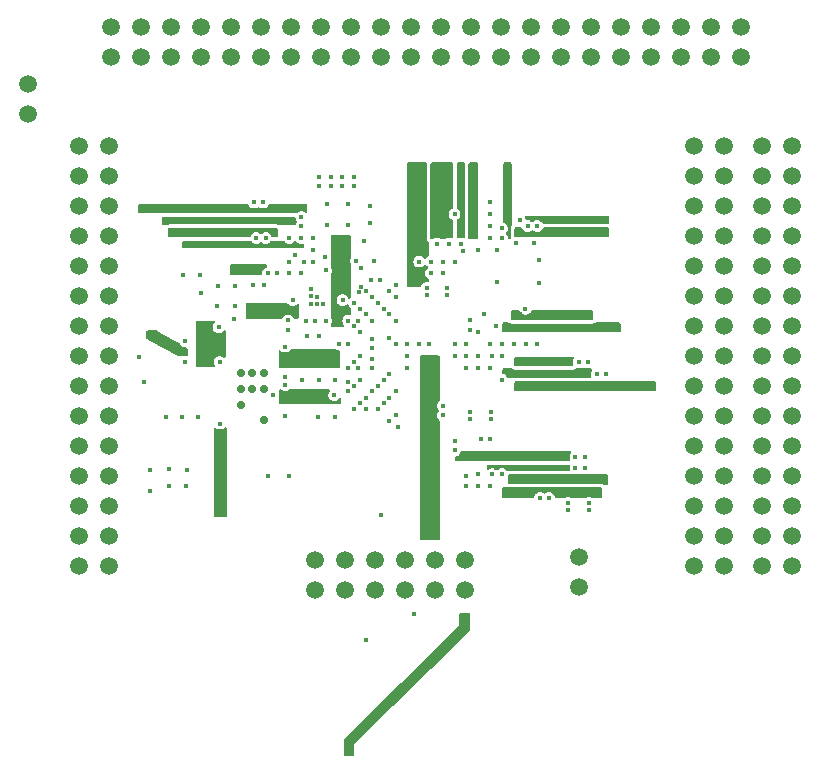
<source format=gbr>
G04 --- HEADER BEGIN --- *
G04 #@! TF.GenerationSoftware,LibrePCB,LibrePCB,1.1.0*
G04 #@! TF.CreationDate,2024-09-08T17:15:58*
G04 #@! TF.ProjectId,flasher,f4b07f79-14a2-4070-9d7d-1f686dcb10c4,v1*
G04 #@! TF.Part,Single*
G04 #@! TF.SameCoordinates*
G04 #@! TF.FileFunction,Copper,L10,Inr*
G04 #@! TF.FilePolarity,Positive*
%FSLAX66Y66*%
%MOMM*%
G01*
G75*
G04 --- HEADER END --- *
G04 --- APERTURE LIST BEGIN --- *
G04 #@! TA.AperFunction,ComponentPad*
%ADD10C,1.5*%
G04 #@! TA.AperFunction,ViaPad*
%ADD11C,0.7*%
%ADD12C,0.4*%
G04 #@! TA.AperFunction,Conductor*
%ADD13C,0.01*%
G04 #@! TD*
G04 --- APERTURE LIST END --- *
G04 --- BOARD BEGIN --- *
D10*
G04 #@! TO.N,P64_1V8*
G04 #@! TO.C,J2*
G04 #@! TO.P,J2,24,24*
X-24804000Y-10630000D03*
G04 #@! TO.N,P45_1V8*
G04 #@! TO.P,J2,2,2*
X-24804000Y17310000D03*
G04 #@! TO.N,P55_1V8*
G04 #@! TO.P,J2,18,18*
X-24804000Y-3010000D03*
G04 #@! TO.N,P53_1V8*
G04 #@! TO.P,J2,8,8*
X-24804000Y9690000D03*
G04 #@! TO.N,P68_1V8*
G04 #@! TO.P,J2,15,15*
X-27344000Y-470000D03*
G04 #@! TO.N,P61_1V8*
G04 #@! TO.P,J2,3,3*
X-27344000Y14770000D03*
G04 #@! TO.N,P72_1V8*
G04 #@! TO.P,J2,14,14*
X-24804000Y2070000D03*
G04 #@! TO.N,P43_1V8*
G04 #@! TO.P,J2,6,6*
X-24804000Y12230000D03*
G04 #@! TO.N,P49_1V8*
G04 #@! TO.P,J2,22,22*
X-24804000Y-8090000D03*
G04 #@! TO.N,P65_1V8*
G04 #@! TO.P,J2,12,12*
X-24804000Y4610000D03*
G04 #@! TO.N,P62_1V8*
G04 #@! TO.P,J2,26,26*
X-24804000Y-13170000D03*
G04 #@! TO.N,P52_1V8*
G04 #@! TO.P,J2,9,9*
X-27344000Y7150000D03*
G04 #@! TO.N,P46_1V8*
G04 #@! TO.P,J2,1,1*
X-27344000Y17310000D03*
G04 #@! TO.N,P50_1V8*
G04 #@! TO.P,J2,23,23*
X-27344000Y-10630000D03*
G04 #@! TO.N,P56_1V8*
G04 #@! TO.P,J2,13,13*
X-27344000Y2070000D03*
G04 #@! TO.N,P58_1V8*
G04 #@! TO.P,J2,19,19*
X-27344000Y-5550000D03*
G04 #@! TO.N,P59_1V8*
G04 #@! TO.P,J2,11,11*
X-27344000Y4610000D03*
G04 #@! TO.N,P54_1V8*
G04 #@! TO.P,J2,7,7*
X-27344000Y9690000D03*
G04 #@! TO.N,P44_1V8*
G04 #@! TO.P,J2,5,5*
X-27344000Y12230000D03*
G04 #@! TO.N,P60_1V8*
G04 #@! TO.P,J2,4,4*
X-24804000Y14770000D03*
G04 #@! TO.N,P66_1V8*
G04 #@! TO.P,J2,28,28*
X-24804000Y-15710000D03*
G04 #@! TO.N,P69_1V8*
G04 #@! TO.P,J2,29,29*
X-27344000Y-18250000D03*
G04 #@! TO.N,P70_1V8*
G04 #@! TO.P,J2,17,17*
X-27344000Y-3010000D03*
G04 #@! TO.N,P51_1V8*
G04 #@! TO.P,J2,30,30*
X-24804000Y-18250000D03*
G04 #@! TO.N,P71_1V8*
G04 #@! TO.P,J2,16,16*
X-24804000Y-470000D03*
G04 #@! TO.N,P47_1V8*
G04 #@! TO.P,J2,20,20*
X-24804000Y-5550000D03*
G04 #@! TO.N,P48_1V8*
G04 #@! TO.P,J2,21,21*
X-27344000Y-8090000D03*
G04 #@! TO.N,P67_1V8*
G04 #@! TO.P,J2,27,27*
X-27344000Y-15710000D03*
G04 #@! TO.N,P57_1V8*
G04 #@! TO.P,J2,10,10*
X-24804000Y7150000D03*
G04 #@! TO.N,P63_1V8*
G04 #@! TO.P,J2,25,25*
X-27344000Y-13170000D03*
G04 #@! TO.N,GND*
G04 #@! TO.C,J4*
G04 #@! TO.P,J4,2,2*
X-31589000Y19991000D03*
G04 #@! TO.N,+5V*
G04 #@! TO.P,J4,1,1*
X-31589000Y22531000D03*
G04 #@! TO.N,P38_3V3*
G04 #@! TO.C,J6*
G04 #@! TO.P,J6,26,26*
X27340000Y-13170000D03*
G04 #@! TO.N,P1_3V3*
G04 #@! TO.P,J6,4,4*
X27340000Y14770000D03*
G04 #@! TO.N,P24_3V3*
G04 #@! TO.P,J6,14,14*
X27340000Y2070000D03*
G04 #@! TO.N,P44_3V3*
G04 #@! TO.P,J6,21,21*
X24800000Y-8090000D03*
G04 #@! TO.N,P2_3V3*
G04 #@! TO.P,J6,6,6*
X27340000Y12230000D03*
G04 #@! TO.N,P26_3V3*
G04 #@! TO.P,J6,11,11*
X24800000Y4610000D03*
G04 #@! TO.N,P40_3V3*
G04 #@! TO.P,J6,28,28*
X27340000Y-15710000D03*
G04 #@! TO.N,P22_3V3*
G04 #@! TO.P,J6,16,16*
X27340000Y-470000D03*
G04 #@! TO.N,P48_3V3*
G04 #@! TO.P,J6,17,17*
X24800000Y-3010000D03*
G04 #@! TO.N,P7_3V3*
G04 #@! TO.P,J6,9,9*
X24800000Y7150000D03*
G04 #@! TO.N,P23_3V3*
G04 #@! TO.P,J6,13,13*
X24800000Y2070000D03*
G04 #@! TO.N,P3_3V3*
G04 #@! TO.P,J6,5,5*
X24800000Y12230000D03*
G04 #@! TO.N,P0_3V3*
G04 #@! TO.P,J6,2,2*
X27340000Y17310000D03*
G04 #@! TO.N,P45_3V3*
G04 #@! TO.P,J6,22,22*
X27340000Y-8090000D03*
G04 #@! TO.N,P35_3V3*
G04 #@! TO.P,J6,23,23*
X24800000Y-10630000D03*
G04 #@! TO.N,P37_3V3*
G04 #@! TO.P,J6,25,25*
X24800000Y-13170000D03*
G04 #@! TO.N,P9_3V3*
G04 #@! TO.P,J6,8,8*
X27340000Y9690000D03*
G04 #@! TO.N,P43_3V3*
G04 #@! TO.P,J6,18,18*
X27340000Y-3010000D03*
G04 #@! TO.N,P6_3V3*
G04 #@! TO.P,J6,7,7*
X24800000Y9690000D03*
G04 #@! TO.N,P49_3V3*
G04 #@! TO.P,J6,20,20*
X27340000Y-5550000D03*
G04 #@! TO.N,N/C*
G04 #@! TO.P,J6,15,15*
X24800000Y-470000D03*
G04 #@! TO.N,GND*
G04 #@! TO.P,J6,30,30*
X27340000Y-18250000D03*
G04 #@! TO.N,P5_3V3*
G04 #@! TO.P,J6,1,1*
X24800000Y17310000D03*
G04 #@! TO.N,P4_3V3*
G04 #@! TO.P,J6,3,3*
X24800000Y14770000D03*
G04 #@! TO.N,P8_3V3*
G04 #@! TO.P,J6,10,10*
X27340000Y7150000D03*
G04 #@! TO.N,P25_3V3*
G04 #@! TO.P,J6,12,12*
X27340000Y4610000D03*
G04 #@! TO.N,VCC3V3*
G04 #@! TO.P,J6,29,29*
X24800000Y-18250000D03*
G04 #@! TO.N,P42_3V3*
G04 #@! TO.P,J6,19,19*
X24800000Y-5550000D03*
G04 #@! TO.N,P41_3V3*
G04 #@! TO.P,J6,27,27*
X24800000Y-15710000D03*
G04 #@! TO.N,P36_3V3*
G04 #@! TO.P,J6,24,24*
X27340000Y-10630000D03*
G04 #@! TO.N,P29_1V8*
G04 #@! TO.C,J1*
G04 #@! TO.P,J1,42,42*
X26202000Y27340000D03*
G04 #@! TO.N,P41_1V8*
G04 #@! TO.P,J1,9,9*
X-14438000Y24800000D03*
G04 #@! TO.N,P0_1V8*
G04 #@! TO.P,J1,6,6*
X-19518000Y27340000D03*
G04 #@! TO.N,P30_1V8*
G04 #@! TO.P,J1,41,41*
X26202000Y24800000D03*
G04 #@! TO.N,P7_1V8*
G04 #@! TO.P,J1,19,19*
X-1738000Y24800000D03*
G04 #@! TO.N,P11_1V8*
G04 #@! TO.P,J1,26,26*
X5882000Y27340000D03*
G04 #@! TO.N,P1_1V8*
G04 #@! TO.P,J1,5,5*
X-19518000Y24800000D03*
G04 #@! TO.N,P40_1V8*
G04 #@! TO.P,J1,17,17*
X-4278000Y24800000D03*
G04 #@! TO.N,GND*
G04 #@! TO.P,J1,44,44*
X28742000Y27340000D03*
G04 #@! TO.N,P6_1V8*
G04 #@! TO.P,J1,8,8*
X-16978000Y27340000D03*
G04 #@! TO.N,P27_1V8*
G04 #@! TO.P,J1,40,40*
X23662000Y27340000D03*
G04 #@! TO.N,P22_1V8*
G04 #@! TO.P,J1,30,30*
X10962000Y27340000D03*
G04 #@! TO.N,P23_1V8*
G04 #@! TO.P,J1,31,31*
X13502000Y24800000D03*
G04 #@! TO.N,P34_1V8*
G04 #@! TO.P,J1,1,1*
X-24598000Y24800000D03*
G04 #@! TO.N,P21_1V8*
G04 #@! TO.P,J1,29,29*
X10962000Y24800000D03*
G04 #@! TO.N,P31_1V8*
G04 #@! TO.P,J1,34,34*
X16042000Y27340000D03*
G04 #@! TO.N,P32_1V8*
G04 #@! TO.P,J1,3,3*
X-22058000Y24800000D03*
G04 #@! TO.N,P12_1V8*
G04 #@! TO.P,J1,25,25*
X5882000Y24800000D03*
G04 #@! TO.N,P17_1V8*
G04 #@! TO.P,J1,24,24*
X3342000Y27340000D03*
G04 #@! TO.N,P33_1V8*
G04 #@! TO.P,J1,2,2*
X-24598000Y27340000D03*
G04 #@! TO.N,P20_1V8*
G04 #@! TO.P,J1,28,28*
X8422000Y27340000D03*
G04 #@! TO.N,P37_1V8*
G04 #@! TO.P,J1,16,16*
X-6818000Y27340000D03*
G04 #@! TO.N,P13_1V8*
G04 #@! TO.P,J1,22,22*
X802000Y27340000D03*
G04 #@! TO.N,P14_1V8*
G04 #@! TO.P,J1,38,38*
X21122000Y27340000D03*
G04 #@! TO.N,VCC1V8*
G04 #@! TO.P,J1,43,43*
X28742000Y24800000D03*
G04 #@! TO.N,P35_1V8*
G04 #@! TO.P,J1,13,13*
X-9358000Y24800000D03*
G04 #@! TO.N,P25_1V8*
G04 #@! TO.P,J1,33,33*
X16042000Y24800000D03*
G04 #@! TO.N,P2_1V8*
G04 #@! TO.P,J1,4,4*
X-22058000Y27340000D03*
G04 #@! TO.N,P19_1V8*
G04 #@! TO.P,J1,27,27*
X8422000Y24800000D03*
G04 #@! TO.N,P3_1V8*
G04 #@! TO.P,J1,7,7*
X-16978000Y24800000D03*
G04 #@! TO.N,P4_1V8*
G04 #@! TO.P,J1,11,11*
X-11898000Y24800000D03*
G04 #@! TO.N,P15_1V8*
G04 #@! TO.P,J1,35,35*
X18582000Y24800000D03*
G04 #@! TO.N,P8_1V8*
G04 #@! TO.P,J1,20,20*
X-1738000Y27340000D03*
G04 #@! TO.N,P28_1V8*
G04 #@! TO.P,J1,37,37*
X21122000Y24800000D03*
G04 #@! TO.N,P10_1V8*
G04 #@! TO.P,J1,21,21*
X802000Y24800000D03*
G04 #@! TO.N,P38_1V8*
G04 #@! TO.P,J1,18,18*
X-4278000Y27340000D03*
G04 #@! TO.N,P16_1V8*
G04 #@! TO.P,J1,36,36*
X18582000Y27340000D03*
G04 #@! TO.N,P18_1V8*
G04 #@! TO.P,J1,23,23*
X3342000Y24800000D03*
G04 #@! TO.N,P39_1V8*
G04 #@! TO.P,J1,15,15*
X-6818000Y24800000D03*
G04 #@! TO.N,P24_1V8*
G04 #@! TO.P,J1,32,32*
X13502000Y27340000D03*
G04 #@! TO.N,P9_1V8*
G04 #@! TO.P,J1,12,12*
X-11898000Y27340000D03*
G04 #@! TO.N,P36_1V8*
G04 #@! TO.P,J1,14,14*
X-9358000Y27340000D03*
G04 #@! TO.N,P26_1V8*
G04 #@! TO.P,J1,39,39*
X23662000Y24800000D03*
G04 #@! TO.N,P42_1V8*
G04 #@! TO.P,J1,10,10*
X-14438000Y27340000D03*
G04 #@! TO.N,GND*
G04 #@! TO.C,J8*
G04 #@! TO.P,J8,2,2*
X15040000Y-20070000D03*
G04 #@! TO.N,PROGRAM_B*
G04 #@! TO.P,J8,1,1*
X15040000Y-17530000D03*
G04 #@! TO.N,P57_3V3*
G04 #@! TO.C,J3*
G04 #@! TO.P,J3,24,24*
X33070000Y-10630000D03*
G04 #@! TO.N,P13_3V3*
G04 #@! TO.P,J3,2,2*
X33070000Y17310000D03*
G04 #@! TO.N,P33_3V3*
G04 #@! TO.P,J3,18,18*
X33070000Y-3010000D03*
G04 #@! TO.N,P11_3V3*
G04 #@! TO.P,J3,8,8*
X33070000Y9690000D03*
G04 #@! TO.N,P15_3V3*
G04 #@! TO.P,J3,15,15*
X30530000Y-470000D03*
G04 #@! TO.N,P27_3V3*
G04 #@! TO.P,J3,3,3*
X30530000Y14770000D03*
G04 #@! TO.N,P21_3V3*
G04 #@! TO.P,J3,14,14*
X33070000Y2070000D03*
G04 #@! TO.N,P10_3V3*
G04 #@! TO.P,J3,6,6*
X33070000Y12230000D03*
G04 #@! TO.N,P51_3V3*
G04 #@! TO.P,J3,22,22*
X33070000Y-8090000D03*
G04 #@! TO.N,P19_3V3*
G04 #@! TO.P,J3,12,12*
X33070000Y4610000D03*
G04 #@! TO.N,P55_3V3*
G04 #@! TO.P,J3,26,26*
X33070000Y-13170000D03*
G04 #@! TO.N,P18_3V3*
G04 #@! TO.P,J3,9,9*
X30530000Y7150000D03*
G04 #@! TO.N,N/C*
G04 #@! TO.P,J3,1,1*
X30530000Y17310000D03*
G04 #@! TO.N,P54_3V3*
G04 #@! TO.P,J3,23,23*
X30530000Y-10630000D03*
G04 #@! TO.N,P30_3V3*
G04 #@! TO.P,J3,13,13*
X30530000Y2070000D03*
G04 #@! TO.N,P29_3V3*
G04 #@! TO.P,J3,19,19*
X30530000Y-5550000D03*
G04 #@! TO.N,P20_3V3*
G04 #@! TO.P,J3,11,11*
X30530000Y4610000D03*
G04 #@! TO.N,P16_3V3*
G04 #@! TO.P,J3,7,7*
X30530000Y9690000D03*
G04 #@! TO.N,P12_3V3*
G04 #@! TO.P,J3,5,5*
X30530000Y12230000D03*
G04 #@! TO.N,P14_3V3*
G04 #@! TO.P,J3,4,4*
X33070000Y14770000D03*
G04 #@! TO.N,N/C*
G04 #@! TO.P,J3,28,28*
X33070000Y-15710000D03*
G04 #@! TO.N,P47_3V3*
G04 #@! TO.P,J3,29,29*
X30530000Y-18250000D03*
G04 #@! TO.N,P32_3V3*
G04 #@! TO.P,J3,17,17*
X30530000Y-3010000D03*
G04 #@! TO.N,P46_3V3*
G04 #@! TO.P,J3,30,30*
X33070000Y-18250000D03*
G04 #@! TO.N,P34_3V3*
G04 #@! TO.P,J3,16,16*
X33070000Y-470000D03*
G04 #@! TO.N,P31_3V3*
G04 #@! TO.P,J3,20,20*
X33070000Y-5550000D03*
G04 #@! TO.N,P50_3V3*
G04 #@! TO.P,J3,21,21*
X30530000Y-8090000D03*
G04 #@! TO.N,P52_3V3*
G04 #@! TO.P,J3,27,27*
X30530000Y-15710000D03*
G04 #@! TO.N,P17_3V3*
G04 #@! TO.P,J3,10,10*
X33070000Y7150000D03*
G04 #@! TO.N,P56_3V3*
G04 #@! TO.P,J3,25,25*
X30530000Y-13170000D03*
G04 #@! TO.N,N23*
G04 #@! TO.C,J5*
G04 #@! TO.P,J5,9,9*
X2817000Y-20270000D03*
G04 #@! TO.N,FLASH_VCC*
G04 #@! TO.P,J5,1,1*
X-7343000Y-20270000D03*
G04 #@! TO.N,GND*
G04 #@! TO.P,J5,4,4*
X-4803000Y-17730000D03*
G04 #@! TO.N,FLASH_SCK*
G04 #@! TO.P,J5,5,5*
X-2263000Y-20270000D03*
G04 #@! TO.N,VCC3V3*
G04 #@! TO.P,J5,2,2*
X-7343000Y-17730000D03*
G04 #@! TO.N,FLASH_VSS*
G04 #@! TO.P,J5,3,3*
X-4803000Y-20270000D03*
G04 #@! TO.N,CCLK*
G04 #@! TO.P,J5,6,6*
X-2263000Y-17730000D03*
G04 #@! TO.N,D0*
G04 #@! TO.P,J5,10,10*
X2817000Y-17730000D03*
G04 #@! TO.N,FLASH_CS*
G04 #@! TO.P,J5,11,11*
X5357000Y-20270000D03*
G04 #@! TO.N,FCS_B*
G04 #@! TO.P,J5,12,12*
X5357000Y-17730000D03*
G04 #@! TO.N,D1*
G04 #@! TO.P,J5,8,8*
X277000Y-17730000D03*
G04 #@! TO.N,N13*
G04 #@! TO.P,J5,7,7*
X277000Y-20270000D03*
D11*
G04 #@! TD.C*
G04 #@! TD.P*
G04 #@! TO.N,GND*
X-11651028Y-1955000D03*
D12*
X5501000Y-10676000D03*
X11200000Y9100000D03*
G04 #@! TO.N,VCC3V3*
X-4500000Y12400000D03*
G04 #@! TO.N,GND*
X-4500000Y10600000D03*
G04 #@! TO.N,P56_3V3*
X13958000Y-9994000D03*
G04 #@! TO.N,GND*
X-300000Y-6476000D03*
X4499000Y-7672000D03*
G04 #@! TO.N,VCC3V3*
X-9855000Y325000D03*
G04 #@! TO.N,P71_1V8*
X-8500000Y6524000D03*
G04 #@! TO.N,P45_3V3*
X9018000Y-11994000D03*
G04 #@! TO.N,P28_1V8*
X10017000Y11042000D03*
G04 #@! TO.N,P70_1V8*
X-9500000Y6524000D03*
G04 #@! TO.N,GND*
X-14200000Y2700000D03*
G04 #@! TO.N,VCC1V8*
X-6000000Y14700000D03*
G04 #@! TO.N,VCC3V3*
X10497000Y3528000D03*
G04 #@! TO.N,GND*
X2125000Y5300000D03*
G04 #@! TO.N,VCC1V8*
X-7000000Y14700000D03*
G04 #@! TO.N,P36_1V8*
X3017000Y9042000D03*
G04 #@! TO.N,PGOOD1*
X-5700000Y-3800000D03*
G04 #@! TO.N,GND*
X-7168028Y3947000D03*
X7700000Y-10472000D03*
G04 #@! TO.N,VCC1V0*
X-4018000Y-4993000D03*
G04 #@! TO.N,VCC3V3*
X5825000Y-5776000D03*
G04 #@! TO.N,GND*
X7575000Y-5776000D03*
G04 #@! TO.N,VCC1V8*
X-2500000Y1000000D03*
G04 #@! TO.N,SW2*
X-7000000Y-1025000D03*
G04 #@! TO.N,MODE/SYNC/1.8V*
X-4993000Y4261000D03*
G04 #@! TO.N,VCC1V8*
X7500000Y12524000D03*
G04 #@! TO.N,ITH2*
X-15400000Y300000D03*
G04 #@! TO.N,VFB1*
X-15405000Y-6825000D03*
G04 #@! TO.N,P59_1V8*
X-9500000Y9525000D03*
G04 #@! TO.N,P3_3V3*
X15746000Y3042000D03*
G04 #@! TO.N,GND*
X7575000Y-5176000D03*
X3499000Y-4675000D03*
G04 #@! TO.N,P58_1V8*
X-18038000Y10042000D03*
G04 #@! TO.N,P54_1V8*
X-20348000Y12042000D03*
G04 #@! TO.N,GND*
X7701000Y-471000D03*
G04 #@! TO.N,P17_1V8*
X9017000Y14752000D03*
G04 #@! TO.N,INIT_B*
X-3018000Y-4993000D03*
G04 #@! TO.N,INTVCC*
X-2617000Y5959000D03*
G04 #@! TO.N,VCC1V8*
X-4500000Y-3475000D03*
G04 #@! TO.N,P16_3V3*
X14228000Y-994000D03*
G04 #@! TO.N,P30_1V8*
X16517000Y10042000D03*
G04 #@! TO.N,+5V*
X-9855000Y-5525000D03*
G04 #@! TO.N,VCC3V3*
X8501000Y-471000D03*
G04 #@! TO.N,GND*
X-7138028Y4557000D03*
X-6393000Y6771000D03*
D11*
X-12621028Y-1955000D03*
D12*
G04 #@! TO.N,P57_3V3*
X13958000Y-8994000D03*
G04 #@! TO.N,GND*
X-18300000Y-1025000D03*
G04 #@! TO.N,P65_1V8*
X-7500000Y8524000D03*
G04 #@! TO.N,VCC1V0*
X-2501000Y4525000D03*
X-3018000Y5042000D03*
G04 #@! TO.N,P69_1V8*
X-12018000Y7042000D03*
G04 #@! TO.N,VCC1V8*
X8125000Y8524000D03*
G04 #@! TO.N,FB*
X-5593000Y6771000D03*
G04 #@! TO.N,VCC1V8*
X-11499000Y9522000D03*
G04 #@! TO.N,GND*
X-18270000Y-11503000D03*
G04 #@! TO.N,P7_3V3*
X9017000Y2042000D03*
G04 #@! TO.N,GND*
X2125000Y4700000D03*
G04 #@! TO.N,P18_3V3*
X15768000Y-994000D03*
G04 #@! TO.N,VCC3V3*
X14097000Y-13514000D03*
G04 #@! TO.N,P55_3V3*
X14728000Y-9994000D03*
G04 #@! TO.N,GND*
X-6300000Y10600000D03*
G04 #@! TO.N,VCC1V0*
X-500000Y-5480000D03*
X-1018000Y-5993000D03*
G04 #@! TO.N,GND*
X-9618000Y1749000D03*
G04 #@! TO.N,D2*
X500000Y-475000D03*
X1018000Y-22282000D03*
G04 #@! TO.N,P29_1V8*
X11017000Y11042000D03*
G04 #@! TO.N,VCC3V3*
X12500000Y-12475000D03*
G04 #@! TO.N,INT3V3*
X-8400000Y-4075000D03*
G04 #@! TO.N,SW*
X-11602000Y3314000D03*
D11*
G04 #@! TO.N,GND*
X-13591028Y-3273000D03*
D12*
G04 #@! TO.N,VCC3V3*
X11665000Y7674000D03*
G04 #@! TO.N,P52_3V3*
X6500000Y-10476000D03*
G04 #@! TO.N,P68_1V8*
X-9500000Y7524000D03*
G04 #@! TO.N,VCC3V3*
X5809000Y2564000D03*
G04 #@! TO.N,GND*
X-7300000Y2500000D03*
G04 #@! TO.N,P12_3V3*
X9500000Y524000D03*
G04 #@! TO.N,+5V*
X-7063000Y-5641000D03*
G04 #@! TO.N,VCC1V8*
X-5000000Y14700000D03*
G04 #@! TO.N,P0_1V8*
X3017000Y15522000D03*
G04 #@! TO.N,FB*
X-4953000Y7920000D03*
G04 #@! TO.N,P57_1V8*
X-10018000Y11042000D03*
G04 #@! TO.N,VFB2*
X-15655000Y3735000D03*
G04 #@! TO.N,P17_3V3*
X14998000Y-994000D03*
G04 #@! TO.N,GND*
X-7000000Y13900000D03*
G04 #@! TO.N,INTVCC*
X-3400000Y5390000D03*
G04 #@! TO.N,GND*
X-19670000Y-11503000D03*
G04 #@! TO.N,+5V*
X-19934000Y-5605000D03*
G04 #@! TO.N,P69_1V8*
X-13958000Y7042000D03*
G04 #@! TO.N,VCC1V0*
X-1499000Y-4476000D03*
G04 #@! TO.N,VCC1V8*
X5200000Y8427000D03*
G04 #@! TO.N,GND*
X-5613000Y-5641000D03*
G04 #@! TO.N,P49_3V3*
X17038000Y-10994000D03*
G04 #@! TO.N,VCC3V3*
X5501000Y-11476000D03*
G04 #@! TO.N,PGOOD1*
X-10900000Y-3800000D03*
G04 #@! TO.N,P7_1V8*
X6017000Y10042000D03*
G04 #@! TO.N,P60_1V8*
X-8500000Y9525000D03*
G04 #@! TO.N,VCC1V0*
X-1018000Y-1993000D03*
G04 #@! TO.N,P34_3V3*
X8500000Y-2476000D03*
D11*
G04 #@! TO.N,GND*
X-13591028Y-4589000D03*
D12*
G04 #@! TO.N,P72_1V8*
X-9018000Y8042000D03*
G04 #@! TO.N,P32_1V8*
X1017000Y15522000D03*
G04 #@! TO.N,P40_1V8*
X4500000Y7524000D03*
G04 #@! TO.N,P57_3V3*
X6018000Y-8994000D03*
G04 #@! TO.N,P37_1V8*
X4017000Y9042000D03*
G04 #@! TO.N,P7_1V8*
X6017000Y15522000D03*
G04 #@! TO.N,P41_1V8*
X2500000Y6524000D03*
G04 #@! TO.N,VCC3V3*
X-18520000Y6385000D03*
G04 #@! TO.N,P57_1V8*
X-18808000Y11042000D03*
G04 #@! TO.N,P15_1V8*
X7500000Y10525000D03*
G04 #@! TO.N,VCC1V8*
X-9618000Y2549000D03*
G04 #@! TO.N,GND*
X-4500000Y-2675000D03*
G04 #@! TO.N,VFB1*
X-15377000Y-13714000D03*
G04 #@! TO.N,VCC3V3*
X-6300000Y12400000D03*
G04 #@! TO.N,D3*
X-2982000Y-24500000D03*
X500000Y524000D03*
G04 #@! TO.N,P54_3V3*
X15498000Y-9994000D03*
G04 #@! TO.N,VCC1V8*
X-19670000Y-10003000D03*
G04 #@! TO.N,VCC3V3*
X-2700000Y12200000D03*
G04 #@! TO.N,MODE/SYNC/1.8V*
X-3400000Y6975000D03*
G04 #@! TO.N,GND*
X-5300000Y524000D03*
X-2325000Y7600000D03*
G04 #@! TO.N,D1*
X2018000Y-15474000D03*
G04 #@! TO.N,P51_3V3*
X14728000Y-8994000D03*
D11*
G04 #@! TO.N,GND*
X-12621028Y-3273000D03*
D12*
G04 #@! TO.N,P19_3V3*
X9018000Y-1994000D03*
G04 #@! TO.N,GND*
X-2700000Y10800000D03*
G04 #@! TO.N,+5V*
X-14088000Y5461000D03*
G04 #@! TO.N,VCC1V8*
X-8100000Y2500000D03*
G04 #@! TO.N,CLK_27MHZ*
X6500000Y8524000D03*
G04 #@! TO.N,CLK_29.5MHZ_RSET*
X11665000Y5724000D03*
G04 #@! TO.N,VCC1V8*
X-21270000Y-10103000D03*
G04 #@! TO.N,VCC3V3*
X8500000Y-10472000D03*
G04 #@! TO.N,P13_3V3*
X7017000Y3042000D03*
G04 #@! TO.N,P14_3V3*
X6497000Y1522000D03*
G04 #@! TO.N,VCC1V0*
X-1476000Y3500000D03*
X-2018000Y4042000D03*
G04 #@! TO.N,P29_1V8*
X16517000Y11042000D03*
G04 #@! TO.N,VCC1V0*
X-3018000Y3042000D03*
G04 #@! TO.N,VCC3V3*
X11501000Y524000D03*
G04 #@! TO.N,VCC1V8*
X-10500000Y6524000D03*
G04 #@! TO.N,GND*
X-6943000Y-2489000D03*
G04 #@! TO.N,BOOST2*
X-5600000Y-2525000D03*
G04 #@! TO.N,VCC1V0*
X-1018000Y1042000D03*
X-500000Y524000D03*
G04 #@! TO.N,GND*
X6697000Y-7472000D03*
G04 #@! TO.N,VCC1V8*
X-11300000Y-10600000D03*
G04 #@! TO.N,GND*
X-18325000Y800000D03*
G04 #@! TO.N,VCC3V3*
X-1718000Y-13938000D03*
G04 #@! TO.N,INTVCC*
X-3614000Y4911000D03*
G04 #@! TO.N,VCC1V0*
X-3500000Y1525000D03*
G04 #@! TO.N,GND*
X8500000Y10325000D03*
G04 #@! TO.N,FB*
X-5593000Y2503000D03*
G04 #@! TO.N,P38_1V8*
X5017000Y9042000D03*
G04 #@! TO.N,VCC1V8*
X8499000Y9522000D03*
X-4500000Y524000D03*
G04 #@! TO.N,P0_1V8*
X3017000Y10042000D03*
G04 #@! TO.N,SW2*
X-8000000Y-1025000D03*
G04 #@! TO.N,P35_1V8*
X1500000Y7525000D03*
G04 #@! TO.N,FB*
X-4707000Y9239000D03*
G04 #@! TO.N,GND*
X-12299000Y9522000D03*
G04 #@! TO.N,VCC3V3*
X7497000Y-7472000D03*
G04 #@! TO.N,GND*
X-3700000Y-1475000D03*
G04 #@! TO.N,CLK_3V3_29.5MHZ*
X7500000Y525000D03*
G04 #@! TO.N,GND*
X10700000Y10524000D03*
G04 #@! TO.N,P22_3V3*
X10018000Y-2994000D03*
G04 #@! TO.N,VFB2*
X-15405000Y-975000D03*
G04 #@! TO.N,VCC1V8*
X2500000Y7525000D03*
X-12602000Y5564000D03*
G04 #@! TO.N,VCC3V3*
X8092000Y5812000D03*
G04 #@! TO.N,VCC1V8*
X-4000000Y14700000D03*
G04 #@! TO.N,P30_3V3*
X5500000Y524000D03*
G04 #@! TO.N,P58_1V8*
X-11018000Y10042000D03*
G04 #@! TO.N,+5V*
X-9213000Y4261000D03*
G04 #@! TO.N,P16_1V8*
X7500000Y11524000D03*
G04 #@! TO.N,VCC1V0*
X-4018000Y2042000D03*
G04 #@! TO.N,GND*
X-6000000Y13900000D03*
G04 #@! TO.N,P29_3V3*
X4500000Y524000D03*
G04 #@! TO.N,P39_1V8*
X3500000Y7524000D03*
G04 #@! TO.N,GND*
X-6648028Y3947000D03*
G04 #@! TO.N,VCC1V8*
X-12500000Y12522000D03*
G04 #@! TO.N,P45_3V3*
X15498000Y-11994000D03*
G04 #@! TO.N,MODE/SYNC/1.8V*
X-3875000Y7600000D03*
G04 #@! TO.N,P46_3V3*
X7500000Y-11476000D03*
G04 #@! TO.N,VCC1V0*
X-1500000Y-2476000D03*
X-2018000Y-2993000D03*
G04 #@! TO.N,VCC1V8*
X-7493000Y7523000D03*
G04 #@! TO.N,P56_3V3*
X8018000Y-9994000D03*
G04 #@! TO.N,P49_3V3*
X10018000Y-10994000D03*
G04 #@! TO.N,LED1*
X-18536000Y-8000D03*
G04 #@! TO.N,VCC1V0*
X-2499000Y2524000D03*
X-3018000Y-3993000D03*
G04 #@! TO.N,VFB1*
X-15398000Y-11056000D03*
G04 #@! TO.N,GND*
X-8470000Y11307000D03*
G04 #@! TO.N,P31_3V3*
X5500000Y-475000D03*
G04 #@! TO.N,VFB1*
X-15477000Y-9723000D03*
G04 #@! TO.N,VCC3V3*
X4499000Y-8472000D03*
X-21800000Y-2650000D03*
G04 #@! TO.N,P42_1V8*
X3500000Y6524000D03*
G04 #@! TO.N,VCC1V8*
X-3157000Y9240000D03*
G04 #@! TO.N,GND*
X-9500000Y-10600000D03*
G04 #@! TO.N,VCC3V3*
X5825000Y-5176000D03*
X-7000000Y1225000D03*
G04 #@! TO.N,GND*
X5806000Y1764000D03*
G04 #@! TO.N,VCC1V8*
X-6393000Y2503000D03*
X4489000Y11524000D03*
G04 #@! TO.N,VCC3V3*
X14097000Y-12914000D03*
D11*
G04 #@! TO.N,GND*
X-11651028Y-5905000D03*
D12*
G04 #@! TO.N,VCC1V0*
X-2500000Y-3475000D03*
G04 #@! TO.N,GND*
X-8293000Y7523000D03*
G04 #@! TO.N,P50_3V3*
X15498000Y-8994000D03*
G04 #@! TO.N,GND*
X-6503000Y7920000D03*
X-2500000Y-1500000D03*
G04 #@! TO.N,VCC1V0*
X-3500000Y-475000D03*
G04 #@! TO.N,GND*
X-21270000Y-11903000D03*
G04 #@! TO.N,FCS_B*
X4500000Y-476000D03*
G04 #@! TO.N,VCC1V0*
X-4018000Y-2993000D03*
G04 #@! TO.N,GND*
X-7664028Y4577000D03*
X-7678028Y3957000D03*
G04 #@! TO.N,SW2*
X-5600000Y-1075000D03*
G04 #@! TO.N,VCC1V0*
X-475000Y4500000D03*
X-1018000Y5042000D03*
G04 #@! TO.N,P54_1V8*
X-9018000Y12042000D03*
G04 #@! TO.N,VCC1V0*
X-3501000Y-2475000D03*
G04 #@! TO.N,VCC1V8*
X-4500000Y2524000D03*
X9700000Y9100000D03*
G04 #@! TO.N,VCC1V0*
X-2018000Y-4993000D03*
X-1018000Y3042000D03*
X-500000Y2524000D03*
G04 #@! TO.N,VCC3V3*
X-14105000Y3735000D03*
G04 #@! TO.N,VCC1V0*
X-3500000Y-4475000D03*
G04 #@! TO.N,VFB1*
X-15398000Y-12387000D03*
G04 #@! TO.N,P3_3V3*
X10017000Y3042000D03*
G04 #@! TO.N,VCC1V8*
X-4500000Y-1476000D03*
G04 #@! TO.N,CCLK*
X-500000Y5524000D03*
G04 #@! TO.N,P47_3V3*
X6500000Y-11476000D03*
G04 #@! TO.N,VCC1V8*
X-2500000Y-700000D03*
G04 #@! TO.N,P16_3V3*
X10018000Y-994000D03*
G04 #@! TO.N,P27_3V3*
X8017000Y2042000D03*
G04 #@! TO.N,VCC1V8*
X3875000Y4700000D03*
G04 #@! TO.N,SW2*
X-9855000Y-975000D03*
G04 #@! TO.N,P64_1V8*
X-15728000Y9042000D03*
G04 #@! TO.N,VCC1V0*
X-4018000Y-993000D03*
G04 #@! TO.N,VFB2*
X-17005000Y4824000D03*
G04 #@! TO.N,P10_3V3*
X10500000Y525000D03*
G04 #@! TO.N,ITH2*
X-16900000Y-947000D03*
G04 #@! TO.N,VCC3V3*
X3499000Y-5475000D03*
G04 #@! TO.N,P32_3V3*
X6500000Y-1476000D03*
G04 #@! TO.N,GND*
X-11700000Y12522000D03*
G04 #@! TO.N,D1*
X2018000Y-1994000D03*
G04 #@! TO.N,FLASH_CS*
X-4418000Y-33833000D03*
G04 #@! TO.N,VCC3V3*
X5499000Y-1475000D03*
G04 #@! TO.N,P21_3V3*
X17308000Y-1994000D03*
G04 #@! TO.N,LED1*
X-21236000Y1392000D03*
G04 #@! TO.N,+5V*
X-8393000Y-2489000D03*
G04 #@! TO.N,VCC3V3*
X1500000Y525000D03*
G04 #@! TO.N,P64_1V8*
X-9018000Y9042000D03*
G04 #@! TO.N,GND*
X-18560000Y-5605000D03*
G04 #@! TO.N,VCC1V8*
X11500000Y10524000D03*
G04 #@! TO.N,GND*
X-3700000Y2525000D03*
G04 #@! TO.N,VCC1V8*
X-11602000Y5564000D03*
G04 #@! TO.N,GND*
X15847000Y-12914000D03*
X-5000000Y13900000D03*
G04 #@! TO.N,P15_3V3*
X6500000Y-476000D03*
G04 #@! TO.N,SW*
X-9213000Y3611000D03*
G04 #@! TO.N,P17_1V8*
X9017000Y11042000D03*
G04 #@! TO.N,VCC1V8*
X-8470000Y10507000D03*
G04 #@! TO.N,P7_3V3*
X17286000Y2042000D03*
G04 #@! TO.N,BOOST2*
X-9855000Y-2925000D03*
G04 #@! TO.N,GND*
X-2500000Y200000D03*
X-17200000Y-5605000D03*
G04 #@! TO.N,P19_3V3*
X15768000Y-1994000D03*
G04 #@! TO.N,GND*
X-11300000Y6524000D03*
G04 #@! TO.N,P32_1V8*
X1017000Y6042000D03*
G04 #@! TO.N,ITH2*
X-16875000Y800000D03*
G04 #@! TO.N,P11_3V3*
X8500000Y525000D03*
G04 #@! TO.N,INT3V3*
X-7275000Y-3800000D03*
G04 #@! TO.N,VCC1V8*
X-18170000Y-10103000D03*
G04 #@! TO.N,GND*
X15847000Y-13514000D03*
X11700000Y-12475000D03*
X2300000Y525000D03*
G04 #@! TO.N,P4_1V8*
X5017000Y14752000D03*
G04 #@! TO.N,VCC1V8*
X3875000Y5300000D03*
G04 #@! TO.N,FLASH_CS*
X5357000Y-22570000D03*
G04 #@! TO.N,GND*
X-22186000Y-558000D03*
G04 #@! TO.N,P33_3V3*
X7500000Y-1476000D03*
G04 #@! TO.N,GND*
X-1817000Y5959000D03*
G04 #@! TO.N,D0*
X500000Y-1475000D03*
G04 #@! TO.N,VCC1V0*
X-3501000Y3525000D03*
X-4018000Y4042000D03*
G04 #@! TO.N,PGOOD1*
X-15400000Y-6200000D03*
G04 #@! TO.N,VFB2*
X-17070000Y6385000D03*
X-15490000Y1950000D03*
D11*
G04 #@! TO.N,GND*
X-13591028Y-1955000D03*
D12*
G04 #@! TO.N,P22_3V3*
X18848000Y-2994000D03*
G04 #@! TO.N,P30_1V8*
X10017000Y10042000D03*
G04 #@! TO.N,P20_3V3*
X16538000Y-1994000D03*
G04 #@! TO.N,+5V*
X-9855000Y-2275000D03*
G04 #@! TO.N,VCC1V0*
X-1018000Y-3993000D03*
X-500000Y-3476000D03*
G04 #@! TO.N,GND*
X-7674028Y5197000D03*
G04 #@! TO.N,P4_1V8*
X5017000Y10042000D03*
G04 #@! TO.N,SW*
X-12602000Y3314000D03*
G04 #@! TO.N,FB*
X-4993000Y5561000D03*
G04 #@! TO.N,P14_1V8*
X7500000Y9524000D03*
G04 #@! TO.N,GND*
X-15538000Y5461000D03*
X-4000000Y13900000D03*
G04 #@! TO.N,INT3V3*
X-9855000Y-4225000D03*
D11*
G04 #@! TO.N,GND*
X-11651028Y-3273000D03*
D12*
G04 #@! TO.N,P61_1V8*
X-7500000Y9524000D03*
G04 #@! TO.N,VCC3V3*
X-8000000Y1225000D03*
D13*
G04 #@! TA.AperFunction,Conductor*
G04 #@! TO.N,P19_3V3*
G36*
X8530000Y-1892252D02*
X8549500Y-1951579D01*
X8616945Y-1991395D01*
X8622909Y-1992180D01*
X8635463Y-1995544D01*
X8743947Y-2040480D01*
X8755199Y-2046976D01*
X8848352Y-2118456D01*
X8857544Y-2127648D01*
X8929024Y-2220801D01*
X8935522Y-2232056D01*
X8954663Y-2278268D01*
X8995381Y-2325617D01*
X9047050Y-2340000D01*
X9559593Y-2340000D01*
X9575404Y-2338742D01*
X9626076Y-2330628D01*
X9633971Y-2330000D01*
X15990950Y-2330000D01*
X16050277Y-2310500D01*
X16086466Y-2259605D01*
X16083337Y-2191733D01*
X16057544Y-2129463D01*
X16054182Y-2116916D01*
X16038855Y-2000494D01*
X16038855Y-1987506D01*
X16054182Y-1871084D01*
X16057544Y-1858537D01*
X16102480Y-1750053D01*
X16108976Y-1738801D01*
X16145752Y-1690875D01*
X16166398Y-1631937D01*
X16148052Y-1572243D01*
X16097868Y-1535074D01*
X16066418Y-1530000D01*
X14765855Y-1530000D01*
X14704609Y-1550950D01*
X14696825Y-1556981D01*
X14612111Y-1603304D01*
X14603748Y-1606929D01*
X14552536Y-1623762D01*
X14544851Y-1625627D01*
X14459015Y-1639372D01*
X14451120Y-1640000D01*
X9635852Y-1640000D01*
X9624307Y-1638644D01*
X9500406Y-1609121D01*
X9489487Y-1605124D01*
X9418901Y-1569461D01*
X9410125Y-1563801D01*
X9395585Y-1552098D01*
X9332885Y-1530000D01*
X8629999Y-1530000D01*
X8570672Y-1549500D01*
X8530000Y-1629999D01*
X8530000Y-1892252D01*
G37*
G04 #@! TO.N,P56_3V3*
G36*
X7200000Y-10028042D02*
X7219500Y-10087369D01*
X7270395Y-10123558D01*
X7332836Y-10122496D01*
X7360875Y-10107376D01*
X7444801Y-10042976D01*
X7456053Y-10036480D01*
X7564537Y-9991544D01*
X7577084Y-9988182D01*
X7693506Y-9972855D01*
X7706494Y-9972855D01*
X7822916Y-9988182D01*
X7835463Y-9991544D01*
X7943947Y-10036480D01*
X7955199Y-10042976D01*
X8039124Y-10107375D01*
X8098062Y-10128021D01*
X8160876Y-10107375D01*
X8244801Y-10042976D01*
X8256053Y-10036480D01*
X8364537Y-9991544D01*
X8377084Y-9988182D01*
X8493506Y-9972855D01*
X8506494Y-9972855D01*
X8622916Y-9988182D01*
X8635463Y-9991544D01*
X8743947Y-10036480D01*
X8755199Y-10042976D01*
X8848352Y-10114456D01*
X8857544Y-10123648D01*
X8900564Y-10179712D01*
X8952151Y-10214908D01*
X9003492Y-10216012D01*
X9010250Y-10214371D01*
X9096076Y-10200628D01*
X9103971Y-10200000D01*
X14141093Y-10200000D01*
X14200420Y-10180500D01*
X14236609Y-10129605D01*
X14240236Y-10086948D01*
X14228855Y-10000501D01*
X14228855Y-9987506D01*
X14244182Y-9871084D01*
X14247545Y-9858534D01*
X14255940Y-9838266D01*
X14260628Y-9775992D01*
X14227455Y-9723082D01*
X14163553Y-9700000D01*
X7299999Y-9700000D01*
X7240672Y-9719500D01*
X7200000Y-9799999D01*
X7200000Y-10028042D01*
G37*
G04 #@! TO.N,P49_3V3*
G36*
X9000000Y-11200001D02*
X9019500Y-11259328D01*
X9099999Y-11300000D01*
X16894148Y-11300000D01*
X16905693Y-11301356D01*
X17029594Y-11330879D01*
X17040513Y-11334876D01*
X17111101Y-11370540D01*
X17119881Y-11376203D01*
X17121994Y-11377903D01*
X17123150Y-11378310D01*
X17124292Y-11379047D01*
X17124468Y-11378775D01*
X17184692Y-11400000D01*
X17400001Y-11400000D01*
X17459328Y-11380500D01*
X17500000Y-11300001D01*
X17500000Y-10599999D01*
X17480500Y-10540672D01*
X17400001Y-10500000D01*
X9099999Y-10500000D01*
X9040672Y-10519500D01*
X9000000Y-10599999D01*
X9000000Y-11200001D01*
G37*
G04 #@! TO.N,P64_1V8*
G36*
X-18570000Y8759999D02*
X-18550500Y8700672D01*
X-18470001Y8660000D01*
X-8369999Y8660000D01*
X-8310672Y8679500D01*
X-8270000Y8759999D01*
X-8270000Y8941252D01*
X-8289500Y9000579D01*
X-8340395Y9036768D01*
X-8383051Y9040396D01*
X-8493505Y9025855D01*
X-8506494Y9025855D01*
X-8622916Y9041182D01*
X-8635463Y9044544D01*
X-8743947Y9089480D01*
X-8755199Y9095976D01*
X-8848352Y9167456D01*
X-8857539Y9176643D01*
X-8891481Y9220877D01*
X-8970816Y9260000D01*
X-9029184Y9260000D01*
X-9108519Y9220877D01*
X-9142461Y9176643D01*
X-9151648Y9167456D01*
X-9244801Y9095976D01*
X-9256053Y9089480D01*
X-9364537Y9044544D01*
X-9377084Y9041182D01*
X-9493506Y9025855D01*
X-9506494Y9025855D01*
X-9622916Y9041182D01*
X-9635463Y9044544D01*
X-9743947Y9089480D01*
X-9755199Y9095976D01*
X-9848352Y9167456D01*
X-9857539Y9176643D01*
X-9891481Y9220877D01*
X-9970816Y9260000D01*
X-11025882Y9260000D01*
X-11105217Y9220877D01*
X-11141461Y9173643D01*
X-11150648Y9164456D01*
X-11243801Y9092976D01*
X-11255053Y9086480D01*
X-11363537Y9041544D01*
X-11376084Y9038182D01*
X-11492506Y9022855D01*
X-11505494Y9022855D01*
X-11621916Y9038182D01*
X-11634463Y9041544D01*
X-11742947Y9086480D01*
X-11754199Y9092976D01*
X-11838124Y9157375D01*
X-11897062Y9178021D01*
X-11959876Y9157375D01*
X-12043801Y9092976D01*
X-12055053Y9086480D01*
X-12163537Y9041544D01*
X-12176084Y9038182D01*
X-12292506Y9022855D01*
X-12305494Y9022855D01*
X-12421916Y9038182D01*
X-12434463Y9041544D01*
X-12542947Y9086480D01*
X-12554199Y9092976D01*
X-12647352Y9164456D01*
X-12656539Y9173643D01*
X-12692783Y9220877D01*
X-12772118Y9260000D01*
X-18470001Y9260000D01*
X-18529328Y9240500D01*
X-18570000Y9160001D01*
X-18570000Y8759999D01*
G37*
G04 #@! TO.N,P7_3V3*
G36*
X8530000Y1659999D02*
X8549500Y1600672D01*
X8629999Y1560000D01*
X18450001Y1560000D01*
X18509328Y1579500D01*
X18550000Y1659999D01*
X18550000Y2270001D01*
X18530500Y2329328D01*
X18450001Y2370000D01*
X16447771Y2370000D01*
X16400839Y2352955D01*
X16398716Y2356837D01*
X16307020Y2306696D01*
X16298657Y2303071D01*
X16247445Y2286238D01*
X16239760Y2284373D01*
X16153924Y2270628D01*
X16146029Y2270000D01*
X9335852Y2270000D01*
X9324307Y2271356D01*
X9200406Y2300879D01*
X9189487Y2304876D01*
X9118899Y2340540D01*
X9110119Y2346203D01*
X9108006Y2347903D01*
X9106850Y2348310D01*
X9105708Y2349047D01*
X9105532Y2348775D01*
X9045308Y2370000D01*
X8629999Y2370000D01*
X8570672Y2350500D01*
X8530000Y2270001D01*
X8530000Y1659999D01*
G37*
G04 #@! TO.N,P3_3V3*
G36*
X9230000Y2669999D02*
X9249500Y2610672D01*
X9329999Y2570000D01*
X16150001Y2570000D01*
X16209328Y2589500D01*
X16250000Y2669999D01*
X16250000Y3280001D01*
X16230500Y3339328D01*
X16150001Y3380000D01*
X11039080Y3380000D01*
X10979753Y3360500D01*
X10946693Y3318269D01*
X10932520Y3284053D01*
X10926024Y3272801D01*
X10854544Y3179648D01*
X10845352Y3170456D01*
X10752199Y3098976D01*
X10740947Y3092480D01*
X10632463Y3047544D01*
X10619916Y3044182D01*
X10503494Y3028855D01*
X10490506Y3028855D01*
X10374084Y3044182D01*
X10361537Y3047544D01*
X10253053Y3092480D01*
X10241801Y3098976D01*
X10148648Y3170456D01*
X10139456Y3179648D01*
X10067976Y3272801D01*
X10061480Y3284053D01*
X10047307Y3318269D01*
X10006588Y3365618D01*
X9954920Y3380000D01*
X9329999Y3380000D01*
X9270672Y3360500D01*
X9230000Y3280001D01*
X9230000Y2669999D01*
G37*
G04 #@! TO.N,SW2*
G36*
X-10400000Y-1400001D02*
X-10380500Y-1459328D01*
X-10300001Y-1500000D01*
X-5329999Y-1500000D01*
X-5270672Y-1480500D01*
X-5230000Y-1400001D01*
X-5230000Y-72913D01*
X-5249500Y-13586D01*
X-5316947Y26230D01*
X-5422908Y40180D01*
X-5435463Y43544D01*
X-5550000Y90987D01*
X-5550705Y89286D01*
X-5590695Y100000D01*
X-9353490Y100000D01*
X-9432824Y60877D01*
X-9497456Y-23352D01*
X-9506648Y-32544D01*
X-9599801Y-104024D01*
X-9611053Y-110520D01*
X-9719537Y-155456D01*
X-9732084Y-158818D01*
X-9848506Y-174145D01*
X-9861494Y-174145D01*
X-9977916Y-158818D01*
X-9990463Y-155456D01*
X-10098947Y-110520D01*
X-10110199Y-104024D01*
X-10203352Y-32544D01*
X-10212544Y-23352D01*
X-10220667Y-12766D01*
X-10272254Y22430D01*
X-10334662Y20158D01*
X-10383552Y-18697D01*
X-10400000Y-73642D01*
X-10400000Y-1400001D01*
G37*
G04 #@! TO.N,P57_3V3*
G36*
X4500000Y-9300001D02*
X4519500Y-9359328D01*
X4599999Y-9400000D01*
X14212838Y-9400000D01*
X14272165Y-9380500D01*
X14308354Y-9329605D01*
X14299440Y-9250002D01*
X14292479Y-9237945D01*
X14247544Y-9129463D01*
X14244182Y-9116916D01*
X14228855Y-9000494D01*
X14228855Y-8987506D01*
X14244182Y-8871084D01*
X14247544Y-8858537D01*
X14292480Y-8750053D01*
X14298976Y-8738801D01*
X14358772Y-8660875D01*
X14379418Y-8601937D01*
X14361072Y-8542243D01*
X14310888Y-8505074D01*
X14279438Y-8500000D01*
X5083010Y-8500000D01*
X5023683Y-8519500D01*
X4983866Y-8586948D01*
X4982817Y-8594916D01*
X4979455Y-8607466D01*
X4934520Y-8715947D01*
X4928024Y-8727199D01*
X4856544Y-8820352D01*
X4847352Y-8829544D01*
X4754199Y-8901024D01*
X4742947Y-8907520D01*
X4634463Y-8952456D01*
X4621909Y-8955820D01*
X4586946Y-8960423D01*
X4530672Y-8987500D01*
X4500000Y-9059566D01*
X4500000Y-9300001D01*
G37*
G04 #@! TO.N,P22_3V3*
G36*
X9530000Y-3340001D02*
X9549500Y-3399328D01*
X9629999Y-3440000D01*
X21450001Y-3440000D01*
X21509328Y-3420500D01*
X21550000Y-3340001D01*
X21550000Y-2729999D01*
X21530500Y-2670672D01*
X21450001Y-2630000D01*
X9629999Y-2630000D01*
X9570672Y-2649500D01*
X9530000Y-2729999D01*
X9530000Y-3340001D01*
G37*
G04 #@! TO.N,FB*
G36*
X-6000000Y2099999D02*
X-5980500Y2040672D01*
X-5900001Y2000000D01*
X-4923315Y2000000D01*
X-4863988Y2019500D01*
X-4827799Y2070395D01*
X-4828861Y2132836D01*
X-4852605Y2170709D01*
X-4857544Y2175648D01*
X-4929024Y2268801D01*
X-4935520Y2280053D01*
X-4980456Y2388537D01*
X-4983818Y2401084D01*
X-4999145Y2517506D01*
X-4999145Y2530494D01*
X-4983818Y2646916D01*
X-4980456Y2659463D01*
X-4935520Y2767947D01*
X-4929024Y2779199D01*
X-4857544Y2872352D01*
X-4848352Y2881544D01*
X-4755199Y2953024D01*
X-4743947Y2959520D01*
X-4635463Y3004456D01*
X-4622916Y3007818D01*
X-4506494Y3023145D01*
X-4493506Y3023145D01*
X-4413051Y3012553D01*
X-4351687Y3024143D01*
X-4309164Y3069879D01*
X-4300000Y3111697D01*
X-4300000Y3584228D01*
X-4339123Y3663562D01*
X-4366352Y3684456D01*
X-4375544Y3693648D01*
X-4447024Y3786801D01*
X-4453520Y3798053D01*
X-4483100Y3869465D01*
X-4523819Y3916814D01*
X-4584689Y3930772D01*
X-4638109Y3905703D01*
X-4639447Y3907447D01*
X-4737801Y3831976D01*
X-4749053Y3825480D01*
X-4857537Y3780544D01*
X-4870084Y3777182D01*
X-4986506Y3761855D01*
X-4999494Y3761855D01*
X-5115916Y3777182D01*
X-5128463Y3780544D01*
X-5236947Y3825480D01*
X-5248199Y3831976D01*
X-5341352Y3903456D01*
X-5350544Y3912648D01*
X-5422024Y4005801D01*
X-5428520Y4017053D01*
X-5473456Y4125537D01*
X-5476818Y4138084D01*
X-5492145Y4254506D01*
X-5492145Y4267494D01*
X-5476818Y4383916D01*
X-5473456Y4396463D01*
X-5428520Y4504947D01*
X-5422024Y4516199D01*
X-5350544Y4609352D01*
X-5341352Y4618544D01*
X-5248199Y4690024D01*
X-5236947Y4696520D01*
X-5128463Y4741456D01*
X-5115916Y4744818D01*
X-4999494Y4760145D01*
X-4986506Y4760145D01*
X-4870084Y4744818D01*
X-4857537Y4741456D01*
X-4749053Y4696520D01*
X-4737801Y4690024D01*
X-4644648Y4618544D01*
X-4635456Y4609352D01*
X-4563976Y4516199D01*
X-4557480Y4504947D01*
X-4527900Y4433535D01*
X-4487181Y4386186D01*
X-4426311Y4372228D01*
X-4372891Y4397297D01*
X-4371553Y4395553D01*
X-4339123Y4420438D01*
X-4300000Y4499772D01*
X-4300000Y7311037D01*
X-4310192Y7349097D01*
X-4308013Y7350000D01*
X-4355456Y7464537D01*
X-4358818Y7477084D01*
X-4374145Y7593506D01*
X-4374145Y7606494D01*
X-4358818Y7722916D01*
X-4355456Y7735463D01*
X-4308013Y7850000D01*
X-4310192Y7850903D01*
X-4300000Y7888963D01*
X-4300000Y9700001D01*
X-4319500Y9759328D01*
X-4399999Y9800000D01*
X-5900001Y9800000D01*
X-5959328Y9780500D01*
X-6000000Y9700001D01*
X-6000000Y7107090D01*
X-5979335Y7046213D01*
X-5963974Y7026194D01*
X-5957480Y7014947D01*
X-5912544Y6906463D01*
X-5909182Y6893916D01*
X-5893855Y6777494D01*
X-5893855Y6764506D01*
X-5909182Y6648084D01*
X-5912544Y6635537D01*
X-5957480Y6527053D01*
X-5963974Y6515806D01*
X-5979335Y6495787D01*
X-6000000Y6434910D01*
X-6000000Y2839090D01*
X-5979335Y2778213D01*
X-5963974Y2758194D01*
X-5957480Y2746947D01*
X-5912544Y2638463D01*
X-5909182Y2625916D01*
X-5893855Y2509494D01*
X-5893855Y2496506D01*
X-5909182Y2380084D01*
X-5912544Y2367537D01*
X-5957480Y2259053D01*
X-5963974Y2247806D01*
X-5979335Y2227787D01*
X-6000000Y2166910D01*
X-6000000Y2099999D01*
G37*
G04 #@! TO.N,P57_1V8*
G36*
X-20300000Y10699999D02*
X-20280500Y10640672D01*
X-20200001Y10600000D01*
X-19895192Y10600000D01*
X-19847215Y10612261D01*
X-19827020Y10623304D01*
X-19818657Y10626929D01*
X-19767445Y10643762D01*
X-19759760Y10645627D01*
X-19673924Y10659372D01*
X-19666029Y10660000D01*
X-10575852Y10660000D01*
X-10564307Y10658644D01*
X-10440406Y10629121D01*
X-10429484Y10625123D01*
X-10401029Y10610746D01*
X-10355933Y10600000D01*
X-9034862Y10600000D01*
X-8975535Y10619500D01*
X-8942475Y10661731D01*
X-8905520Y10750946D01*
X-8899024Y10762199D01*
X-8834625Y10846124D01*
X-8813979Y10905062D01*
X-8834625Y10967876D01*
X-8899024Y11051801D01*
X-8905520Y11063053D01*
X-8950456Y11171537D01*
X-8953820Y11184091D01*
X-8957633Y11213054D01*
X-8984710Y11269328D01*
X-9056776Y11300000D01*
X-20200001Y11300000D01*
X-20259328Y11280500D01*
X-20300000Y11200001D01*
X-20300000Y10699999D01*
G37*
G04 #@! TO.N,VFB1*
G36*
X-15900000Y-14000001D02*
X-15880500Y-14059328D01*
X-15800001Y-14100000D01*
X-14899999Y-14100000D01*
X-14840672Y-14080500D01*
X-14800000Y-14000001D01*
X-14800000Y-6609999D01*
X-14819500Y-6550672D01*
X-14899999Y-6510000D01*
X-14963714Y-6510000D01*
X-15035929Y-6545613D01*
X-15037823Y-6543719D01*
X-15051648Y-6557544D01*
X-15144801Y-6629024D01*
X-15156053Y-6635520D01*
X-15264537Y-6680456D01*
X-15277084Y-6683818D01*
X-15393506Y-6699145D01*
X-15406494Y-6699145D01*
X-15522916Y-6683818D01*
X-15535463Y-6680456D01*
X-15643947Y-6635520D01*
X-15655199Y-6629024D01*
X-15739125Y-6564624D01*
X-15798063Y-6543978D01*
X-15857757Y-6562324D01*
X-15894926Y-6612508D01*
X-15900000Y-6643958D01*
X-15900000Y-14000001D01*
G37*
G04 #@! TO.N,P16_3V3*
G36*
X9530000Y-1240001D02*
X9549500Y-1299328D01*
X9629999Y-1340000D01*
X14455092Y-1340000D01*
X14514419Y-1320500D01*
X14550608Y-1269605D01*
X14547479Y-1201733D01*
X14517544Y-1129463D01*
X14514182Y-1116916D01*
X14498855Y-1000494D01*
X14498855Y-987506D01*
X14514182Y-871084D01*
X14517544Y-858537D01*
X14562480Y-750053D01*
X14568976Y-738801D01*
X14605752Y-690875D01*
X14626398Y-631937D01*
X14608052Y-572243D01*
X14557868Y-535074D01*
X14526418Y-530000D01*
X9629999Y-530000D01*
X9570672Y-549500D01*
X9530000Y-629999D01*
X9530000Y-1240001D01*
G37*
G04 #@! TO.N,INT3V3*
G36*
X-10400000Y-4400001D02*
X-10380500Y-4459328D01*
X-10300001Y-4500000D01*
X-5199999Y-4500000D01*
X-5140672Y-4480500D01*
X-5100000Y-4400001D01*
X-5100000Y-4126965D01*
X-5119500Y-4067638D01*
X-5170395Y-4031449D01*
X-5232836Y-4032511D01*
X-5279333Y-4066089D01*
X-5342456Y-4148352D01*
X-5351648Y-4157544D01*
X-5444801Y-4229024D01*
X-5456053Y-4235520D01*
X-5564537Y-4280456D01*
X-5577084Y-4283818D01*
X-5693506Y-4299145D01*
X-5706494Y-4299145D01*
X-5822916Y-4283818D01*
X-5835463Y-4280456D01*
X-5943947Y-4235520D01*
X-5955199Y-4229024D01*
X-6048352Y-4157544D01*
X-6057544Y-4148352D01*
X-6129024Y-4055199D01*
X-6135520Y-4043947D01*
X-6180456Y-3935463D01*
X-6183818Y-3922916D01*
X-6199145Y-3806494D01*
X-6199145Y-3793506D01*
X-6183818Y-3677084D01*
X-6180456Y-3664537D01*
X-6135520Y-3556053D01*
X-6129024Y-3544801D01*
X-6064624Y-3460875D01*
X-6043978Y-3401937D01*
X-6062324Y-3342243D01*
X-6112508Y-3305074D01*
X-6143958Y-3300000D01*
X-9495452Y-3300000D01*
X-9556328Y-3320665D01*
X-9599801Y-3354024D01*
X-9611053Y-3360520D01*
X-9719537Y-3405456D01*
X-9732084Y-3408818D01*
X-9848506Y-3424145D01*
X-9861494Y-3424145D01*
X-9977916Y-3408818D01*
X-9990463Y-3405456D01*
X-10098947Y-3360520D01*
X-10110199Y-3354024D01*
X-10153672Y-3320665D01*
X-10214548Y-3300000D01*
X-10300001Y-3300000D01*
X-10359328Y-3319500D01*
X-10400000Y-3399999D01*
X-10400000Y-4400001D01*
G37*
G04 #@! TO.N,P4_1V8*
G36*
X4659057Y10981930D02*
X4660000Y10970078D01*
X4660000Y9590488D01*
X4659853Y9588797D01*
X4660000Y9588172D01*
X4660000Y9586150D01*
X4660475Y9586150D01*
X4674141Y9528004D01*
X4721709Y9487542D01*
X4797744Y9487748D01*
X4881537Y9522456D01*
X4894084Y9525818D01*
X5010506Y9541145D01*
X5023494Y9541145D01*
X5139916Y9525818D01*
X5152463Y9522456D01*
X5231733Y9489621D01*
X5294006Y9484933D01*
X5346918Y9518105D01*
X5370000Y9582008D01*
X5370000Y15820001D01*
X5350500Y15879328D01*
X5270001Y15920000D01*
X4759999Y15920000D01*
X4700672Y15900500D01*
X4660000Y15820001D01*
X4660000Y12077350D01*
X4659310Y12067201D01*
X4660193Y12067141D01*
X4670846Y12009225D01*
X4720359Y11964735D01*
X4732945Y11959522D01*
X4744199Y11953024D01*
X4837352Y11881544D01*
X4846544Y11872352D01*
X4918024Y11779199D01*
X4924520Y11767947D01*
X4969456Y11659463D01*
X4972818Y11646916D01*
X4988145Y11530494D01*
X4988145Y11517506D01*
X4972818Y11401084D01*
X4969456Y11388537D01*
X4924520Y11280053D01*
X4918024Y11268801D01*
X4846544Y11175648D01*
X4837352Y11166456D01*
X4744199Y11094976D01*
X4732948Y11088481D01*
X4720315Y11083248D01*
X4672965Y11042529D01*
X4661212Y10982101D01*
X4659057Y10981930D01*
G37*
G04 #@! TO.N,P69_1V8*
G36*
X-14500000Y6499999D02*
X-14480500Y6440672D01*
X-14400001Y6400000D01*
X-11897702Y6400000D01*
X-11838375Y6419500D01*
X-11802186Y6470395D01*
X-11798558Y6513049D01*
X-11799144Y6517503D01*
X-11799145Y6530496D01*
X-11783818Y6646916D01*
X-11780456Y6659463D01*
X-11735520Y6767947D01*
X-11729024Y6779199D01*
X-11657544Y6872352D01*
X-11648352Y6881544D01*
X-11555199Y6953024D01*
X-11543947Y6959520D01*
X-11461731Y6993575D01*
X-11414382Y7034294D01*
X-11400000Y7085962D01*
X-11400000Y7200001D01*
X-11419500Y7259328D01*
X-11499999Y7300000D01*
X-14400001Y7300000D01*
X-14459328Y7280500D01*
X-14500000Y7200001D01*
X-14500000Y6499999D01*
G37*
G04 #@! TO.N,P58_1V8*
G36*
X-19770000Y9659999D02*
X-19750500Y9600672D01*
X-19670001Y9560000D01*
X-12881695Y9560000D01*
X-12822368Y9579500D01*
X-12787082Y9639267D01*
X-12784516Y9638579D01*
X-12779456Y9657463D01*
X-12734520Y9765947D01*
X-12728024Y9777199D01*
X-12656544Y9870352D01*
X-12647352Y9879544D01*
X-12554199Y9951024D01*
X-12542947Y9957520D01*
X-12434463Y10002456D01*
X-12421916Y10005818D01*
X-12305494Y10021145D01*
X-12292506Y10021145D01*
X-12176084Y10005818D01*
X-12163537Y10002456D01*
X-12055053Y9957520D01*
X-12043801Y9951024D01*
X-11959876Y9886625D01*
X-11900938Y9865979D01*
X-11838124Y9886625D01*
X-11754199Y9951024D01*
X-11742947Y9957520D01*
X-11634463Y10002456D01*
X-11621916Y10005818D01*
X-11505494Y10021145D01*
X-11492506Y10021145D01*
X-11376084Y10005818D01*
X-11363537Y10002456D01*
X-11255053Y9957520D01*
X-11243801Y9951024D01*
X-11150648Y9879544D01*
X-11141456Y9870352D01*
X-11069976Y9777199D01*
X-11063480Y9765947D01*
X-11018544Y9657463D01*
X-11013484Y9638579D01*
X-11011660Y9639068D01*
X-10988365Y9590665D01*
X-10916305Y9560000D01*
X-10569999Y9560000D01*
X-10510672Y9579500D01*
X-10470000Y9659999D01*
X-10470000Y10260001D01*
X-10489500Y10319328D01*
X-10569999Y10360000D01*
X-19670001Y10360000D01*
X-19729328Y10340500D01*
X-19770000Y10260001D01*
X-19770000Y9659999D01*
G37*
G04 #@! TO.N,P29_1V8*
G36*
X10451137Y11349605D02*
X10454266Y11281733D01*
X10497456Y11177463D01*
X10500820Y11164909D01*
X10509396Y11099768D01*
X10536473Y11043494D01*
X10621592Y11013678D01*
X10693499Y11023145D01*
X10706494Y11023145D01*
X10822916Y11007818D01*
X10835463Y11004456D01*
X10943947Y10959520D01*
X10955199Y10953024D01*
X11039124Y10888625D01*
X11098062Y10867979D01*
X11160876Y10888625D01*
X11244801Y10953024D01*
X11256053Y10959520D01*
X11364537Y11004456D01*
X11377084Y11007818D01*
X11493506Y11023145D01*
X11506494Y11023145D01*
X11622916Y11007818D01*
X11635463Y11004456D01*
X11743947Y10959520D01*
X11755199Y10953024D01*
X11848352Y10881544D01*
X11857544Y10872352D01*
X11929024Y10779199D01*
X11938799Y10762268D01*
X11940021Y10762973D01*
X11976030Y10721099D01*
X12043512Y10707974D01*
X12052242Y10709372D01*
X12060135Y10710000D01*
X17450001Y10710000D01*
X17509328Y10729500D01*
X17550000Y10809999D01*
X17550000Y11320001D01*
X17530500Y11379328D01*
X17450001Y11420000D01*
X10546653Y11420000D01*
X10487326Y11400500D01*
X10451137Y11349605D01*
G37*
G04 #@! TO.N,LED1*
G36*
X-21600000Y1053517D02*
X-21580500Y994190D01*
X-21555470Y970313D01*
X-21303814Y802543D01*
X-21295973Y797819D01*
X-18922285Y-487929D01*
X-18874657Y-500000D01*
X-18199999Y-500000D01*
X-18140672Y-480500D01*
X-18100000Y-400001D01*
X-18100000Y141160D01*
X-18119500Y200487D01*
X-18151435Y228575D01*
X-18259750Y288750D01*
X-18311949Y298683D01*
X-18311949Y300855D01*
X-18331494Y300855D01*
X-18447916Y316182D01*
X-18460463Y319544D01*
X-18568947Y364480D01*
X-18580199Y370976D01*
X-18673352Y442456D01*
X-18682544Y451648D01*
X-18754022Y544799D01*
X-18755947Y548133D01*
X-18793984Y585547D01*
X-18999437Y699687D01*
X-19000591Y700318D01*
X-20298976Y1399448D01*
X-20301006Y1400604D01*
X-20776248Y1685749D01*
X-20827697Y1700000D01*
X-21500001Y1700000D01*
X-21559328Y1680500D01*
X-21600000Y1600001D01*
X-21600000Y1053517D01*
G37*
G04 #@! TO.N,SW*
G36*
X-13200000Y2799999D02*
X-13180500Y2740672D01*
X-13100001Y2700000D01*
X-10158837Y2700000D01*
X-10099510Y2719500D01*
X-10066450Y2761732D01*
X-10053522Y2792944D01*
X-10047024Y2804199D01*
X-9975544Y2897352D01*
X-9966352Y2906544D01*
X-9873199Y2978024D01*
X-9861947Y2984520D01*
X-9753463Y3029456D01*
X-9740916Y3032818D01*
X-9624494Y3048145D01*
X-9611506Y3048145D01*
X-9495084Y3032818D01*
X-9482537Y3029456D01*
X-9374053Y2984520D01*
X-9362801Y2978024D01*
X-9269648Y2906544D01*
X-9260456Y2897352D01*
X-9188976Y2804199D01*
X-9182478Y2792944D01*
X-9169550Y2761732D01*
X-9128832Y2714383D01*
X-9077163Y2700000D01*
X-8799999Y2700000D01*
X-8740672Y2719500D01*
X-8700000Y2799999D01*
X-8700000Y3827017D01*
X-8719500Y3886344D01*
X-8770395Y3922533D01*
X-8832836Y3921471D01*
X-8860875Y3906351D01*
X-8957801Y3831976D01*
X-8969053Y3825480D01*
X-9077537Y3780544D01*
X-9090084Y3777182D01*
X-9206506Y3761855D01*
X-9219494Y3761855D01*
X-9335916Y3777182D01*
X-9348463Y3780544D01*
X-9456947Y3825480D01*
X-9468199Y3831976D01*
X-9561352Y3903456D01*
X-9570544Y3912648D01*
X-9607552Y3960877D01*
X-9686886Y4000000D01*
X-13100001Y4000000D01*
X-13159328Y3980500D01*
X-13200000Y3900001D01*
X-13200000Y2799999D01*
G37*
G04 #@! TO.N,P45_3V3*
G36*
X8500000Y-12400001D02*
X8519500Y-12459328D01*
X8599999Y-12500000D01*
X11109011Y-12500000D01*
X11168338Y-12480500D01*
X11208154Y-12413054D01*
X11216180Y-12352091D01*
X11219544Y-12339537D01*
X11264480Y-12231053D01*
X11270976Y-12219801D01*
X11342456Y-12126648D01*
X11351648Y-12117456D01*
X11444801Y-12045976D01*
X11456053Y-12039480D01*
X11564537Y-11994544D01*
X11577084Y-11991182D01*
X11693506Y-11975855D01*
X11706494Y-11975855D01*
X11822916Y-11991182D01*
X11835463Y-11994544D01*
X11943947Y-12039480D01*
X11955199Y-12045976D01*
X12039124Y-12110375D01*
X12098062Y-12131021D01*
X12160876Y-12110375D01*
X12244801Y-12045976D01*
X12256053Y-12039480D01*
X12364537Y-11994544D01*
X12377084Y-11991182D01*
X12493506Y-11975855D01*
X12506494Y-11975855D01*
X12622916Y-11991182D01*
X12635463Y-11994544D01*
X12743947Y-12039480D01*
X12755199Y-12045976D01*
X12848352Y-12117456D01*
X12857544Y-12126648D01*
X12929024Y-12219801D01*
X12935520Y-12231053D01*
X12980456Y-12339537D01*
X12983820Y-12352091D01*
X12991846Y-12413054D01*
X13018923Y-12469328D01*
X13090989Y-12500000D01*
X13788985Y-12500000D01*
X13838985Y-12486603D01*
X13853059Y-12478477D01*
X13961537Y-12433544D01*
X13974084Y-12430182D01*
X14090506Y-12414855D01*
X14103494Y-12414855D01*
X14219916Y-12430182D01*
X14232463Y-12433544D01*
X14340941Y-12478477D01*
X14355015Y-12486603D01*
X14405015Y-12500000D01*
X15538985Y-12500000D01*
X15588985Y-12486603D01*
X15603059Y-12478477D01*
X15711537Y-12433544D01*
X15724084Y-12430182D01*
X15840506Y-12414855D01*
X15853494Y-12414855D01*
X15969916Y-12430182D01*
X15982463Y-12433544D01*
X16090941Y-12478477D01*
X16105015Y-12486603D01*
X16155015Y-12500000D01*
X16900001Y-12500000D01*
X16959328Y-12480500D01*
X17000000Y-12400001D01*
X17000000Y-11699999D01*
X16980500Y-11640672D01*
X16900001Y-11600000D01*
X8599999Y-11600000D01*
X8540672Y-11619500D01*
X8500000Y-11699999D01*
X8500000Y-12400001D01*
G37*
G04 #@! TO.N,P17_1V8*
G36*
X8620000Y10878678D02*
X8639500Y10819351D01*
X8681731Y10786291D01*
X8743947Y10760520D01*
X8755199Y10754024D01*
X8848352Y10682544D01*
X8857544Y10673352D01*
X8929024Y10580199D01*
X8935520Y10568947D01*
X8980456Y10460463D01*
X8983818Y10447916D01*
X8999145Y10331494D01*
X8999145Y10318506D01*
X8983818Y10202084D01*
X8980456Y10189537D01*
X8935520Y10081053D01*
X8929024Y10069801D01*
X8862974Y9983724D01*
X8842328Y9924786D01*
X8862974Y9861972D01*
X8928024Y9777199D01*
X8934520Y9765947D01*
X8979456Y9657463D01*
X8982818Y9644916D01*
X8998145Y9528494D01*
X8998145Y9515504D01*
X8997822Y9513050D01*
X8998145Y9511340D01*
X8998145Y9508948D01*
X8998597Y9508948D01*
X9009413Y9451685D01*
X9055149Y9409163D01*
X9096966Y9400000D01*
X9176337Y9400000D01*
X9235664Y9419500D01*
X9271853Y9470395D01*
X9268089Y9539767D01*
X9263070Y9551347D01*
X9246238Y9602555D01*
X9244373Y9610240D01*
X9230628Y9696076D01*
X9230000Y9703971D01*
X9230000Y10304148D01*
X9231356Y10315693D01*
X9260879Y10439594D01*
X9264876Y10450513D01*
X9300540Y10521101D01*
X9306203Y10529881D01*
X9307903Y10531994D01*
X9308310Y10533150D01*
X9309047Y10534292D01*
X9308775Y10534468D01*
X9330000Y10594692D01*
X9330000Y15820001D01*
X9310500Y15879328D01*
X9230001Y15920000D01*
X8719999Y15920000D01*
X8660672Y15900500D01*
X8620000Y15820001D01*
X8620000Y10878678D01*
G37*
G04 #@! TO.N,P32_1V8*
G36*
X450000Y5499999D02*
X469500Y5440672D01*
X549999Y5400000D01*
X1563038Y5400000D01*
X1622365Y5419500D01*
X1655425Y5461731D01*
X1689480Y5543947D01*
X1695976Y5555199D01*
X1767456Y5648352D01*
X1776648Y5657544D01*
X1869801Y5729024D01*
X1881053Y5735520D01*
X1989537Y5780456D01*
X2002084Y5783818D01*
X2118506Y5799145D01*
X2131501Y5799145D01*
X2246948Y5783946D01*
X2308313Y5795535D01*
X2350836Y5841271D01*
X2360000Y5883089D01*
X2360000Y5978607D01*
X2340500Y6037934D01*
X2298268Y6070994D01*
X2256055Y6088478D01*
X2244801Y6094976D01*
X2151648Y6166456D01*
X2142456Y6175648D01*
X2070976Y6268801D01*
X2064480Y6280053D01*
X2019544Y6388537D01*
X2016182Y6401084D01*
X2000855Y6517506D01*
X2000855Y6530494D01*
X2016182Y6646916D01*
X2019544Y6659463D01*
X2064480Y6767947D01*
X2070976Y6779199D01*
X2142456Y6872352D01*
X2151648Y6881544D01*
X2234561Y6945166D01*
X2269757Y6996752D01*
X2267485Y7059161D01*
X2234561Y7103834D01*
X2151648Y7167456D01*
X2142456Y7176648D01*
X2079334Y7258909D01*
X2027747Y7294105D01*
X1965339Y7291833D01*
X1920666Y7258909D01*
X1857544Y7176648D01*
X1848352Y7167456D01*
X1755199Y7095976D01*
X1743947Y7089480D01*
X1635463Y7044544D01*
X1622916Y7041182D01*
X1506494Y7025855D01*
X1493506Y7025855D01*
X1377084Y7041182D01*
X1364537Y7044544D01*
X1256053Y7089480D01*
X1244801Y7095976D01*
X1151648Y7167456D01*
X1142456Y7176648D01*
X1070976Y7269801D01*
X1064480Y7281053D01*
X1019544Y7389537D01*
X1016182Y7402084D01*
X1000855Y7518506D01*
X1000855Y7531494D01*
X1016182Y7647916D01*
X1019544Y7660463D01*
X1064480Y7768947D01*
X1070976Y7780199D01*
X1142456Y7873352D01*
X1151648Y7882544D01*
X1244801Y7954024D01*
X1256053Y7960520D01*
X1364537Y8005456D01*
X1377084Y8008818D01*
X1493506Y8024145D01*
X1506494Y8024145D01*
X1622916Y8008818D01*
X1635463Y8005456D01*
X1743947Y7960520D01*
X1755199Y7954024D01*
X1848352Y7882544D01*
X1857544Y7873352D01*
X1920666Y7791091D01*
X1972253Y7755895D01*
X2034661Y7758167D01*
X2079334Y7791091D01*
X2142456Y7873352D01*
X2151648Y7882544D01*
X2244801Y7954024D01*
X2256055Y7960522D01*
X2298268Y7978006D01*
X2345617Y8018724D01*
X2360000Y8070393D01*
X2360000Y9104274D01*
X2322701Y9182174D01*
X2244509Y9245109D01*
X2232112Y9259924D01*
X2186696Y9342980D01*
X2183071Y9351343D01*
X2166238Y9402555D01*
X2164373Y9410240D01*
X2150628Y9496076D01*
X2150000Y9503971D01*
X2150000Y15820001D01*
X2130500Y15879328D01*
X2050001Y15920000D01*
X549999Y15920000D01*
X490672Y15900500D01*
X450000Y15820001D01*
X450000Y5499999D01*
G37*
G04 #@! TO.N,P0_1V8*
G36*
X2450000Y9499999D02*
X2469500Y9440672D01*
X2549999Y9400000D01*
X2635297Y9400000D01*
X2696173Y9420665D01*
X2761801Y9471024D01*
X2773053Y9477520D01*
X2881537Y9522456D01*
X2894084Y9525818D01*
X3010506Y9541145D01*
X3023494Y9541145D01*
X3139916Y9525818D01*
X3152463Y9522456D01*
X3260947Y9477520D01*
X3272199Y9471024D01*
X3337827Y9420665D01*
X3398703Y9400000D01*
X3635297Y9400000D01*
X3696173Y9420665D01*
X3761801Y9471024D01*
X3773053Y9477520D01*
X3881537Y9522456D01*
X3894084Y9525818D01*
X4010506Y9541145D01*
X4023494Y9541145D01*
X4139916Y9525818D01*
X4152463Y9522456D01*
X4221733Y9493763D01*
X4284006Y9489075D01*
X4336918Y9522247D01*
X4360000Y9586150D01*
X4360000Y10974050D01*
X4340500Y11033377D01*
X4298269Y11066437D01*
X4245053Y11088480D01*
X4233801Y11094976D01*
X4140648Y11166456D01*
X4131456Y11175648D01*
X4059976Y11268801D01*
X4053480Y11280053D01*
X4008544Y11388537D01*
X4005182Y11401084D01*
X3989855Y11517506D01*
X3989855Y11530494D01*
X4005182Y11646916D01*
X4008544Y11659463D01*
X4053480Y11767947D01*
X4059976Y11779199D01*
X4131456Y11872352D01*
X4140648Y11881544D01*
X4233801Y11953024D01*
X4245053Y11959520D01*
X4298269Y11981563D01*
X4345618Y12022282D01*
X4360000Y12073950D01*
X4360000Y15820001D01*
X4340500Y15879328D01*
X4260001Y15920000D01*
X2549999Y15920000D01*
X2490672Y15900500D01*
X2450000Y15820001D01*
X2450000Y9499999D01*
G37*
G04 #@! TO.N,ITH2*
G36*
X-17400000Y-1300001D02*
X-17380500Y-1359328D01*
X-17300001Y-1400000D01*
X-15906508Y-1400000D01*
X-15847181Y-1380500D01*
X-15810992Y-1329605D01*
X-15812054Y-1267164D01*
X-15827175Y-1239124D01*
X-15834024Y-1230199D01*
X-15840520Y-1218947D01*
X-15885456Y-1110463D01*
X-15888818Y-1097916D01*
X-15904145Y-981494D01*
X-15904145Y-968506D01*
X-15888818Y-852084D01*
X-15885456Y-839537D01*
X-15840520Y-731053D01*
X-15834024Y-719801D01*
X-15762544Y-626648D01*
X-15753352Y-617456D01*
X-15660199Y-545976D01*
X-15648947Y-539480D01*
X-15540463Y-494544D01*
X-15527916Y-491182D01*
X-15411494Y-475855D01*
X-15398506Y-475855D01*
X-15282084Y-491182D01*
X-15269537Y-494544D01*
X-15161053Y-539480D01*
X-15149801Y-545976D01*
X-15060875Y-614213D01*
X-15001937Y-634859D01*
X-14942243Y-616513D01*
X-14905074Y-566329D01*
X-14900000Y-534879D01*
X-14900000Y1610002D01*
X-14919500Y1669329D01*
X-14970395Y1705518D01*
X-15032836Y1704456D01*
X-15079333Y1670878D01*
X-15132456Y1601648D01*
X-15141648Y1592456D01*
X-15234801Y1520976D01*
X-15246053Y1514480D01*
X-15354537Y1469544D01*
X-15367084Y1466182D01*
X-15483506Y1450855D01*
X-15496494Y1450855D01*
X-15612916Y1466182D01*
X-15625463Y1469544D01*
X-15733947Y1514480D01*
X-15745199Y1520976D01*
X-15838352Y1592456D01*
X-15847544Y1601648D01*
X-15919024Y1694801D01*
X-15925520Y1706053D01*
X-15970456Y1814537D01*
X-15973818Y1827084D01*
X-15989145Y1943506D01*
X-15989145Y1956494D01*
X-15973818Y2072916D01*
X-15970456Y2085463D01*
X-15925520Y2193947D01*
X-15919024Y2205199D01*
X-15847544Y2298352D01*
X-15838352Y2307544D01*
X-15821250Y2320667D01*
X-15786054Y2372254D01*
X-15788326Y2434662D01*
X-15827181Y2483552D01*
X-15882126Y2500000D01*
X-17300001Y2500000D01*
X-17359328Y2480500D01*
X-17400000Y2400001D01*
X-17400000Y-1300001D01*
G37*
G04 #@! TO.N,P54_1V8*
G36*
X-22300000Y11699999D02*
X-22280500Y11640672D01*
X-22200001Y11600000D01*
X-8919331Y11600000D01*
X-8839997Y11639123D01*
X-8827544Y11655352D01*
X-8818352Y11664544D01*
X-8725199Y11736024D01*
X-8713947Y11742520D01*
X-8605463Y11787456D01*
X-8592916Y11790818D01*
X-8476494Y11806145D01*
X-8463506Y11806145D01*
X-8347084Y11790818D01*
X-8334537Y11787456D01*
X-8226053Y11742520D01*
X-8214801Y11736024D01*
X-8160875Y11694644D01*
X-8101937Y11673998D01*
X-8042243Y11692344D01*
X-8005074Y11742528D01*
X-8000000Y11773978D01*
X-8000000Y12300001D01*
X-8019500Y12359328D01*
X-8099999Y12400000D01*
X-11147150Y12400000D01*
X-11206477Y12380500D01*
X-11239537Y12338270D01*
X-11264481Y12278051D01*
X-11270976Y12266801D01*
X-11342456Y12173648D01*
X-11351648Y12164456D01*
X-11444801Y12092976D01*
X-11456053Y12086480D01*
X-11564537Y12041544D01*
X-11577084Y12038182D01*
X-11693506Y12022855D01*
X-11706494Y12022855D01*
X-11822916Y12038182D01*
X-11835463Y12041544D01*
X-11943947Y12086480D01*
X-11955199Y12092976D01*
X-12039124Y12157375D01*
X-12098062Y12178021D01*
X-12160876Y12157375D01*
X-12244801Y12092976D01*
X-12256053Y12086480D01*
X-12364537Y12041544D01*
X-12377084Y12038182D01*
X-12493506Y12022855D01*
X-12506494Y12022855D01*
X-12622916Y12038182D01*
X-12635463Y12041544D01*
X-12743947Y12086480D01*
X-12755199Y12092976D01*
X-12848352Y12164456D01*
X-12857544Y12173648D01*
X-12929024Y12266801D01*
X-12935519Y12278051D01*
X-12960463Y12338270D01*
X-13001183Y12385618D01*
X-13052850Y12400000D01*
X-22200001Y12400000D01*
X-22259328Y12380500D01*
X-22300000Y12300001D01*
X-22300000Y11699999D01*
G37*
G04 #@! TO.N,FLASH_CS*
G36*
X-4900000Y-34200001D02*
X-4880500Y-34259328D01*
X-4800001Y-34300000D01*
X-4099999Y-34300000D01*
X-4040672Y-34280500D01*
X-4000000Y-34200001D01*
X-4000000Y-33320158D01*
X-3985599Y-33285893D01*
X5769978Y-23729409D01*
X5800000Y-23657974D01*
X5800000Y-22299999D01*
X5780500Y-22240672D01*
X5700001Y-22200000D01*
X4999999Y-22200000D01*
X4940672Y-22219500D01*
X4900000Y-22299999D01*
X4900000Y-23279842D01*
X4885599Y-23314107D01*
X-4869978Y-32870591D01*
X-4900000Y-32942026D01*
X-4900000Y-34200001D01*
G37*
G04 #@! TO.N,P7_1V8*
G36*
X5670000Y9499999D02*
X5689500Y9440672D01*
X5769999Y9400000D01*
X6380001Y9400000D01*
X6439328Y9419500D01*
X6480000Y9499999D01*
X6480000Y15820001D01*
X6460500Y15879328D01*
X6380001Y15920000D01*
X5769999Y15920000D01*
X5710672Y15900500D01*
X5670000Y15820001D01*
X5670000Y9499999D01*
G37*
G04 #@! TO.N,P30_1V8*
G36*
X9530000Y9699999D02*
X9549500Y9640672D01*
X9629999Y9600000D01*
X17450001Y9600000D01*
X17509328Y9619500D01*
X17550000Y9699999D01*
X17550000Y10310001D01*
X17530500Y10369328D01*
X17450001Y10410000D01*
X12056163Y10410000D01*
X11996836Y10390500D01*
X11963776Y10348269D01*
X11935520Y10280053D01*
X11929024Y10268801D01*
X11857544Y10175648D01*
X11848352Y10166456D01*
X11755199Y10094976D01*
X11743947Y10088480D01*
X11635463Y10043544D01*
X11622916Y10040182D01*
X11506494Y10024855D01*
X11493506Y10024855D01*
X11377084Y10040182D01*
X11364537Y10043544D01*
X11256053Y10088480D01*
X11244801Y10094976D01*
X11160876Y10159375D01*
X11101938Y10180021D01*
X11039124Y10159375D01*
X10955199Y10094976D01*
X10943947Y10088480D01*
X10835463Y10043544D01*
X10822916Y10040182D01*
X10706494Y10024855D01*
X10693506Y10024855D01*
X10577084Y10040182D01*
X10564537Y10043544D01*
X10456053Y10088480D01*
X10444801Y10094976D01*
X10351648Y10166456D01*
X10342456Y10175648D01*
X10270976Y10268801D01*
X10264480Y10280053D01*
X10236224Y10348269D01*
X10195505Y10395618D01*
X10143837Y10410000D01*
X9629999Y10410000D01*
X9570672Y10390500D01*
X9530000Y10310001D01*
X9530000Y9699999D01*
G37*
G04 #@! TO.N,D1*
G36*
X1600000Y-15980001D02*
X1619500Y-16039328D01*
X1699999Y-16080000D01*
X3130001Y-16080000D01*
X3189328Y-16060500D01*
X3230000Y-15980001D01*
X3230000Y-5942747D01*
X3190877Y-5863413D01*
X3150648Y-5832544D01*
X3141456Y-5823352D01*
X3069976Y-5730199D01*
X3063480Y-5718947D01*
X3018544Y-5610463D01*
X3015182Y-5597916D01*
X2999855Y-5481494D01*
X2999855Y-5468506D01*
X3015182Y-5352084D01*
X3018544Y-5339537D01*
X3063480Y-5231053D01*
X3069976Y-5219801D01*
X3134375Y-5135876D01*
X3155021Y-5076938D01*
X3134375Y-5014124D01*
X3069976Y-4930199D01*
X3063480Y-4918947D01*
X3018544Y-4810463D01*
X3015182Y-4797916D01*
X2999855Y-4681494D01*
X2999855Y-4668506D01*
X3015182Y-4552084D01*
X3018544Y-4539537D01*
X3063480Y-4431053D01*
X3069976Y-4419801D01*
X3141456Y-4326648D01*
X3150648Y-4317456D01*
X3190877Y-4286587D01*
X3230000Y-4207253D01*
X3230000Y-499999D01*
X3210500Y-440672D01*
X3130001Y-400000D01*
X1699999Y-400000D01*
X1640672Y-419500D01*
X1600000Y-499999D01*
X1600000Y-15980001D01*
G37*
G04 --- BOARD END --- *
G04 #@! TF.MD5,d63b7bc6e93d10b42e311c9af20259b7*
M02*

</source>
